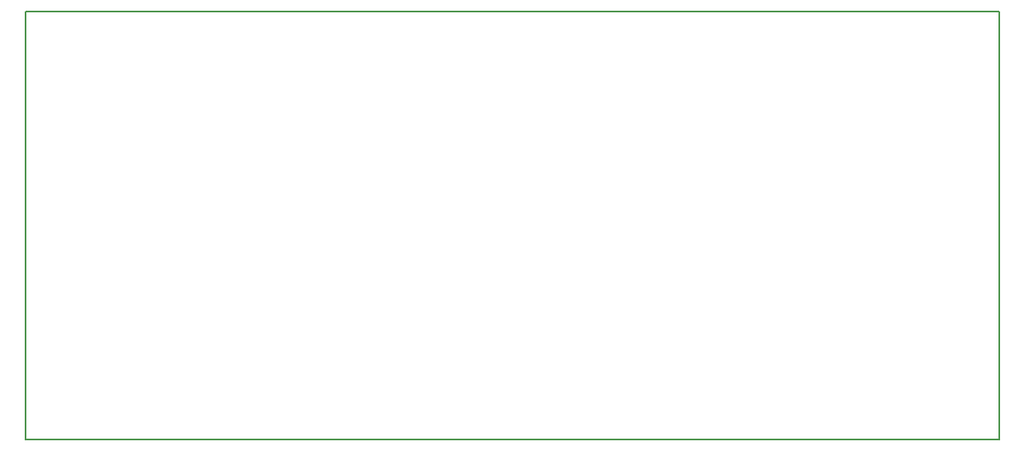
<source format=gko>
G04*
G04 #@! TF.GenerationSoftware,Altium Limited,Altium Designer,19.0.15 (446)*
G04*
G04 Layer_Color=16711935*
%FSLAX44Y44*%
%MOMM*%
G71*
G01*
G75*
%ADD10C,0.2000*%
D10*
X-0Y440000D02*
X0Y0D01*
Y440000D02*
X1000000D01*
X0Y0D02*
Y0D01*
Y0D02*
X1000000D01*
X1000000Y440000D02*
X1000000Y0D01*
M02*

</source>
